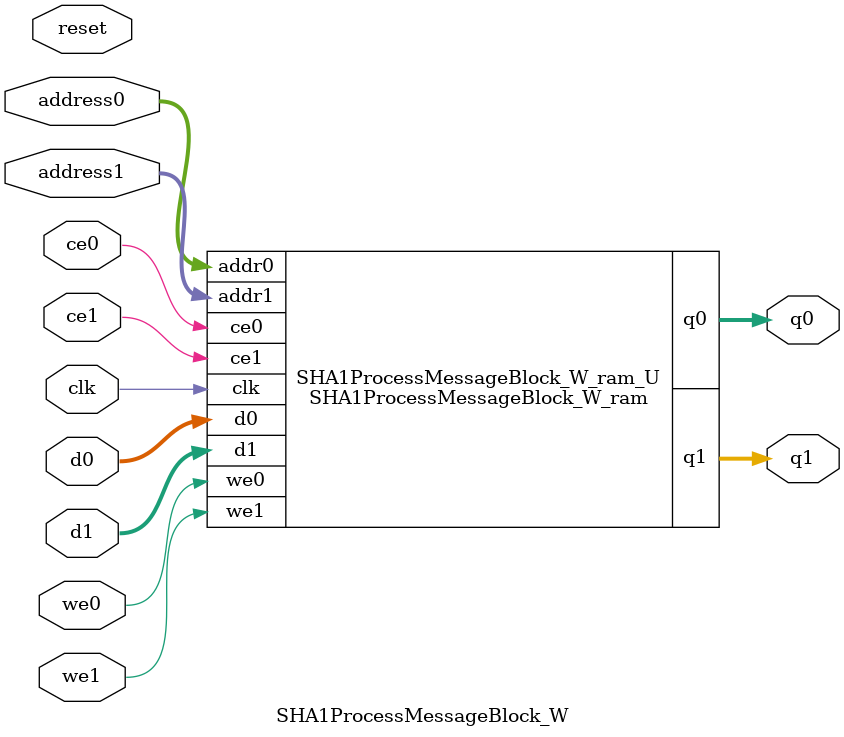
<source format=v>

`timescale 1 ns / 1 ps
module SHA1ProcessMessageBlock_W_ram (addr0, ce0, d0, we0, q0, addr1, ce1, d1, we1, q1,  clk);

parameter DWIDTH = 32;
parameter AWIDTH = 7;
parameter MEM_SIZE = 80;

input[AWIDTH-1:0] addr0;
input ce0;
input[DWIDTH-1:0] d0;
input we0;
output reg[DWIDTH-1:0] q0;
input[AWIDTH-1:0] addr1;
input ce1;
input[DWIDTH-1:0] d1;
input we1;
output reg[DWIDTH-1:0] q1;
input clk;

(* ram_style = "block" *)reg [DWIDTH-1:0] ram[MEM_SIZE-1:0];




always @(posedge clk)  
begin 
    if (ce0) 
    begin
        if (we0) 
        begin 
            ram[addr0] <= d0; 
            q0 <= d0;
        end 
        else 
            q0 <= ram[addr0];
    end
end


always @(posedge clk)  
begin 
    if (ce1) 
    begin
        if (we1) 
        begin 
            ram[addr1] <= d1; 
            q1 <= d1;
        end 
        else 
            q1 <= ram[addr1];
    end
end


endmodule


`timescale 1 ns / 1 ps
module SHA1ProcessMessageBlock_W(
    reset,
    clk,
    address0,
    ce0,
    we0,
    d0,
    q0,
    address1,
    ce1,
    we1,
    d1,
    q1);

parameter DataWidth = 32'd32;
parameter AddressRange = 32'd80;
parameter AddressWidth = 32'd7;
input reset;
input clk;
input[AddressWidth - 1:0] address0;
input ce0;
input we0;
input[DataWidth - 1:0] d0;
output[DataWidth - 1:0] q0;
input[AddressWidth - 1:0] address1;
input ce1;
input we1;
input[DataWidth - 1:0] d1;
output[DataWidth - 1:0] q1;



SHA1ProcessMessageBlock_W_ram SHA1ProcessMessageBlock_W_ram_U(
    .clk( clk ),
    .addr0( address0 ),
    .ce0( ce0 ),
    .d0( d0 ),
    .we0( we0 ),
    .q0( q0 ),
    .addr1( address1 ),
    .ce1( ce1 ),
    .d1( d1 ),
    .we1( we1 ),
    .q1( q1 ));

endmodule


</source>
